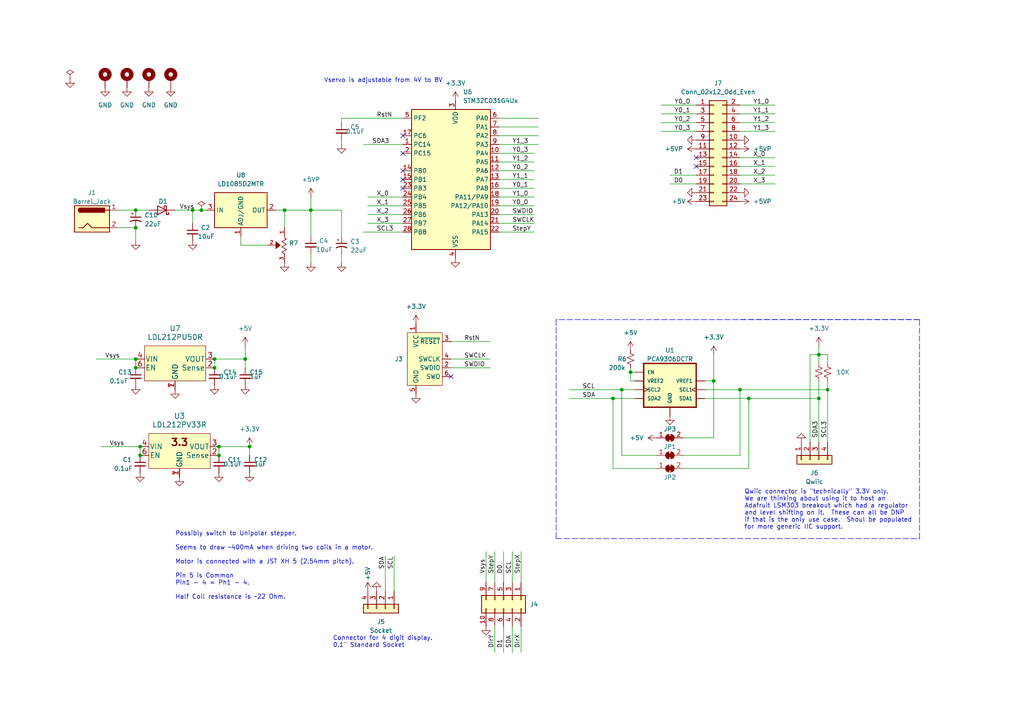
<source format=kicad_sch>
(kicad_sch (version 20230121) (generator eeschema)
  (paper "A4")
  (lib_symbols
    (symbol "Connector:Barrel_Jack" (pin_names (offset 1.016))
      (property "Reference" "J" (at 0 5.334 0))
      (property "Value" "Barrel_Jack" (at 0 -5.08 0))
      (symbol "Barrel_Jack_0_1"
        (rectangle (start -5.08 3.81) (end 5.08 -3.81) (stroke (width 0.254)) (fill (type background)))
        (arc (start -3.302 3.175) (mid -3.9343 2.54) (end -3.302 1.905) (stroke (width 0.254)))
        (arc (start -3.302 3.175) (mid -3.9343 2.54) (end -3.302 1.905) (stroke (width 0.254)) (fill (type outline)))
        (polyline (pts (xy 5.08 2.54) (xy 3.81 2.54)) (stroke (width 0.254)))
        (polyline (pts (xy -3.81 -2.54) (xy -2.54 -2.54) (xy -1.27 -1.27) (xy 0 -2.54) (xy 2.54 -2.54) (xy 5.08 -2.54)) (stroke (width 0.254)))
        (rectangle (start 3.683 3.175) (end -3.302 1.905) (stroke (width 0.254)) (fill (type outline)))
      )
      (symbol "Barrel_Jack_1_1"
        (pin passive line (at 7.62 2.54 180) (length 2.54) (name "~") (number "1"))
        (pin passive line (at 7.62 -2.54 180) (length 2.54) (name "~") (number "2"))
      )
    )
    (symbol "Connector:Conn_ARM_SWD_TagConnect_TC2030-NL" (in_bom no)
      (property "Reference" "J" (at 2.54 11.43 0))
      (property "Value" "Conn_ARM_SWD_TagConnect_TC2030-NL" (at 2.54 8.89 0))
      (symbol "Conn_ARM_SWD_TagConnect_TC2030-NL_0_0"
        (pin power_in line (at -2.54 10.16 270) (length 2.54) (name "VCC") (number "1"))
        (pin bidirectional line (at 7.62 -2.54 180) (length 2.54) (name "SWDIO") (number "2"))
        (pin open_collector line (at 7.62 5.08 180) (length 2.54) (name "~{RESET}") (number "3"))
        (pin output line (at 7.62 0 180) (length 2.54) (name "SWCLK") (number "4"))
        (pin power_in line (at -2.54 -10.16 90) (length 2.54) (name "GND") (number "5"))
        (pin input line (at 7.62 -5.08 180) (length 2.54) (name "SWO") (number "6"))
      )
      (symbol "Conn_ARM_SWD_TagConnect_TC2030-NL_0_1"
        (rectangle (start -5.08 7.62) (end 5.08 -7.62) (fill (type background)))
      )
    )
    (symbol "Connector_Generic:Conn_01x04" (pin_names (offset 1.016) hide)
      (property "Reference" "J" (at 0 5.08 0))
      (property "Value" "Conn_01x04" (at 0 -7.62 0))
      (symbol "Conn_01x04_1_1"
        (rectangle (start -1.27 -4.953) (end 0 -5.207) (stroke (width 0.1524)))
        (rectangle (start -1.27 -2.413) (end 0 -2.667) (stroke (width 0.1524)))
        (rectangle (start -1.27 0.127) (end 0 -0.127) (stroke (width 0.1524)))
        (rectangle (start -1.27 2.667) (end 0 2.413) (stroke (width 0.1524)))
        (rectangle (start -1.27 3.81) (end 1.27 -6.35) (stroke (width 0.254)) (fill (type background)))
        (pin passive line (at -5.08 2.54 0) (length 3.81) (name "Pin_1") (number "1"))
        (pin passive line (at -5.08 0 0) (length 3.81) (name "Pin_2") (number "2"))
        (pin passive line (at -5.08 -2.54 0) (length 3.81) (name "Pin_3") (number "3"))
        (pin passive line (at -5.08 -5.08 0) (length 3.81) (name "Pin_4") (number "4"))
      )
    )
    (symbol "Connector_Generic:Conn_02x05_Odd_Even" (pin_names (offset 1.016) hide)
      (property "Reference" "J" (at 1.27 7.62 0))
      (property "Value" "Conn_02x05_Odd_Even" (at 1.27 -7.62 0))
      (symbol "Conn_02x05_Odd_Even_1_1"
        (rectangle (start -1.27 -4.953) (end 0 -5.207) (stroke (width 0.1524)))
        (rectangle (start -1.27 -2.413) (end 0 -2.667) (stroke (width 0.1524)))
        (rectangle (start -1.27 0.127) (end 0 -0.127) (stroke (width 0.1524)))
        (rectangle (start -1.27 2.667) (end 0 2.413) (stroke (width 0.1524)))
        (rectangle (start -1.27 5.207) (end 0 4.953) (stroke (width 0.1524)))
        (rectangle (start -1.27 6.35) (end 3.81 -6.35) (stroke (width 0.254)) (fill (type background)))
        (rectangle (start 3.81 -4.953) (end 2.54 -5.207) (stroke (width 0.1524)))
        (rectangle (start 3.81 -2.413) (end 2.54 -2.667) (stroke (width 0.1524)))
        (rectangle (start 3.81 0.127) (end 2.54 -0.127) (stroke (width 0.1524)))
        (rectangle (start 3.81 2.667) (end 2.54 2.413) (stroke (width 0.1524)))
        (rectangle (start 3.81 5.207) (end 2.54 4.953) (stroke (width 0.1524)))
        (pin passive line (at -5.08 5.08 0) (length 3.81) (name "Pin_1") (number "1"))
        (pin passive line (at 7.62 -5.08 180) (length 3.81) (name "Pin_10") (number "10"))
        (pin passive line (at 7.62 5.08 180) (length 3.81) (name "Pin_2") (number "2"))
        (pin passive line (at -5.08 2.54 0) (length 3.81) (name "Pin_3") (number "3"))
        (pin passive line (at 7.62 2.54 180) (length 3.81) (name "Pin_4") (number "4"))
        (pin passive line (at -5.08 0 0) (length 3.81) (name "Pin_5") (number "5"))
        (pin passive line (at 7.62 0 180) (length 3.81) (name "Pin_6") (number "6"))
        (pin passive line (at -5.08 -2.54 0) (length 3.81) (name "Pin_7") (number "7"))
        (pin passive line (at 7.62 -2.54 180) (length 3.81) (name "Pin_8") (number "8"))
        (pin passive line (at -5.08 -5.08 0) (length 3.81) (name "Pin_9") (number "9"))
      )
    )
    (symbol "Connector_Generic:Conn_02x12_Odd_Even" (pin_names (offset 1.016) hide)
      (property "Reference" "J" (at 1.27 15.24 0))
      (property "Value" "Conn_02x12_Odd_Even" (at 1.27 -17.78 0))
      (symbol "Conn_02x12_Odd_Even_1_1"
        (rectangle (start -1.27 -15.113) (end 0 -15.367) (stroke (width 0.1524)))
        (rectangle (start -1.27 -12.573) (end 0 -12.827) (stroke (width 0.1524)))
        (rectangle (start -1.27 -10.033) (end 0 -10.287) (stroke (width 0.1524)))
        (rectangle (start -1.27 -7.493) (end 0 -7.747) (stroke (width 0.1524)))
        (rectangle (start -1.27 -4.953) (end 0 -5.207) (stroke (width 0.1524)))
        (rectangle (start -1.27 -2.413) (end 0 -2.667) (stroke (width 0.1524)))
        (rectangle (start -1.27 0.127) (end 0 -0.127) (stroke (width 0.1524)))
        (rectangle (start -1.27 2.667) (end 0 2.413) (stroke (width 0.1524)))
        (rectangle (start -1.27 5.207) (end 0 4.953) (stroke (width 0.1524)))
        (rectangle (start -1.27 7.747) (end 0 7.493) (stroke (width 0.1524)))
        (rectangle (start -1.27 10.287) (end 0 10.033) (stroke (width 0.1524)))
        (rectangle (start -1.27 12.827) (end 0 12.573) (stroke (width 0.1524)))
        (rectangle (start -1.27 13.97) (end 3.81 -16.51) (stroke (width 0.254)) (fill (type background)))
        (rectangle (start 3.81 -15.113) (end 2.54 -15.367) (stroke (width 0.1524)))
        (rectangle (start 3.81 -12.573) (end 2.54 -12.827) (stroke (width 0.1524)))
        (rectangle (start 3.81 -10.033) (end 2.54 -10.287) (stroke (width 0.1524)))
        (rectangle (start 3.81 -7.493) (end 2.54 -7.747) (stroke (width 0.1524)))
        (rectangle (start 3.81 -4.953) (end 2.54 -5.207) (stroke (width 0.1524)))
        (rectangle (start 3.81 -2.413) (end 2.54 -2.667) (stroke (width 0.1524)))
        (rectangle (start 3.81 0.127) (end 2.54 -0.127) (stroke (width 0.1524)))
        (rectangle (start 3.81 2.667) (end 2.54 2.413) (stroke (width 0.1524)))
        (rectangle (start 3.81 5.207) (end 2.54 4.953) (stroke (width 0.1524)))
        (rectangle (start 3.81 7.747) (end 2.54 7.493) (stroke (width 0.1524)))
        (rectangle (start 3.81 10.287) (end 2.54 10.033) (stroke (width 0.1524)))
        (rectangle (start 3.81 12.827) (end 2.54 12.573) (stroke (width 0.1524)))
        (pin passive line (at -5.08 12.7 0) (length 3.81) (name "Pin_1") (number "1"))
        (pin passive line (at 7.62 2.54 180) (length 3.81) (name "Pin_10") (number "10"))
        (pin passive line (at -5.08 0 0) (length 3.81) (name "Pin_11") (number "11"))
        (pin passive line (at 7.62 0 180) (length 3.81) (name "Pin_12") (number "12"))
        (pin passive line (at -5.08 -2.54 0) (length 3.81) (name "Pin_13") (number "13"))
        (pin passive line (at 7.62 -2.54 180) (length 3.81) (name "Pin_14") (number "14"))
        (pin passive line (at -5.08 -5.08 0) (length 3.81) (name "Pin_15") (number "15"))
        (pin passive line (at 7.62 -5.08 180) (length 3.81) (name "Pin_16") (number "16"))
        (pin passive line (at -5.08 -7.62 0) (length 3.81) (name "Pin_17") (number "17"))
        (pin passive line (at 7.62 -7.62 180) (length 3.81) (name "Pin_18") (number "18"))
        (pin passive line (at -5.08 -10.16 0) (length 3.81) (name "Pin_19") (number "19"))
        (pin passive line (at 7.62 12.7 180) (length 3.81) (name "Pin_2") (number "2"))
        (pin passive line (at 7.62 -10.16 180) (length 3.81) (name "Pin_20") (number "20"))
        (pin passive line (at -5.08 -12.7 0) (length 3.81) (name "Pin_21") (number "21"))
        (pin passive line (at 7.62 -12.7 180) (length 3.81) (name "Pin_22") (number "22"))
        (pin passive line (at -5.08 -15.24 0) (length 3.81) (name "Pin_23") (number "23"))
        (pin passive line (at 7.62 -15.24 180) (length 3.81) (name "Pin_24") (number "24"))
        (pin passive line (at -5.08 10.16 0) (length 3.81) (name "Pin_3") (number "3"))
        (pin passive line (at 7.62 10.16 180) (length 3.81) (name "Pin_4") (number "4"))
        (pin passive line (at -5.08 7.62 0) (length 3.81) (name "Pin_5") (number "5"))
        (pin passive line (at 7.62 7.62 180) (length 3.81) (name "Pin_6") (number "6"))
        (pin passive line (at -5.08 5.08 0) (length 3.81) (name "Pin_7") (number "7"))
        (pin passive line (at 7.62 5.08 180) (length 3.81) (name "Pin_8") (number "8"))
        (pin passive line (at -5.08 2.54 0) (length 3.81) (name "Pin_9") (number "9"))
      )
    )
    (symbol "Device:C_Polarized_Small_US" (pin_numbers hide) (pin_names (offset 0.254) hide)
      (property "Reference" "C" (at 0.254 1.778 0))
      (property "Value" "C_Polarized_Small_US" (at 0.254 -2.032 0))
      (symbol "C_Polarized_Small_US_0_1"
        (polyline (pts (xy -1.524 0.508) (xy 1.524 0.508)) (stroke (width 0.3048)))
        (polyline (pts (xy -1.27 1.524) (xy -0.762 1.524)))
        (polyline (pts (xy -1.016 1.27) (xy -1.016 1.778)))
        (arc (start 1.524 -0.762) (mid 0 -0.3734) (end -1.524 -0.762) (stroke (width 0.3048)))
      )
      (symbol "C_Polarized_Small_US_1_1"
        (pin passive line (at 0 2.54 270) (length 2.032) (name "~") (number "1"))
        (pin passive line (at 0 -2.54 90) (length 2.032) (name "~") (number "2"))
      )
    )
    (symbol "Device:C_Small" (pin_numbers hide) (pin_names (offset 0.254) hide)
      (property "Reference" "C" (at 0.254 1.778 0))
      (property "Value" "C_Small" (at 0.254 -2.032 0))
      (symbol "C_Small_0_1"
        (polyline (pts (xy -1.524 -0.508) (xy 1.524 -0.508)) (stroke (width 0.3302)))
        (polyline (pts (xy -1.524 0.508) (xy 1.524 0.508)) (stroke (width 0.3048)))
      )
      (symbol "C_Small_1_1"
        (pin passive line (at 0 2.54 270) (length 2.032) (name "~") (number "1"))
        (pin passive line (at 0 -2.54 90) (length 2.032) (name "~") (number "2"))
      )
    )
    (symbol "Device:D_Schottky" (pin_numbers hide) (pin_names (offset 1.016) hide)
      (property "Reference" "D" (at 0 2.54 0))
      (property "Value" "D_Schottky" (at 0 -2.54 0))
      (symbol "D_Schottky_0_1"
        (polyline (pts (xy 1.27 0) (xy -1.27 0)))
        (polyline (pts (xy 1.27 1.27) (xy 1.27 -1.27) (xy -1.27 0) (xy 1.27 1.27)) (stroke (width 0.254)))
        (polyline (pts (xy -1.905 0.635) (xy -1.905 1.27) (xy -1.27 1.27) (xy -1.27 -1.27) (xy -0.635 -1.27) (xy -0.635 -0.635)) (stroke (width 0.254)))
      )
      (symbol "D_Schottky_1_1"
        (pin passive line (at -3.81 0 0) (length 2.54) (name "K") (number "1"))
        (pin passive line (at 3.81 0 180) (length 2.54) (name "A") (number "2"))
      )
    )
    (symbol "Device:R_Small_US" (pin_numbers hide) (pin_names (offset 0.254) hide)
      (property "Reference" "R" (at 0.762 0.508 0))
      (property "Value" "R_Small_US" (at 0.762 -1.016 0))
      (symbol "R_Small_US_1_1"
        (polyline (pts (xy 0 0) (xy 1.016 -0.381) (xy 0 -0.762) (xy -1.016 -1.143) (xy 0 -1.524)))
        (polyline (pts (xy 0 1.524) (xy 1.016 1.143) (xy 0 0.762) (xy -1.016 0.381) (xy 0 0)))
        (pin passive line (at 0 2.54 270) (length 1.016) (name "~") (number "1"))
        (pin passive line (at 0 -2.54 90) (length 1.016) (name "~") (number "2"))
      )
    )
    (symbol "Jumper:SolderJumper_2_Bridged" (pin_names (offset 0) hide)
      (property "Reference" "JP" (at 0 2.032 0))
      (property "Value" "SolderJumper_2_Bridged" (at 0 -2.54 0))
      (symbol "SolderJumper_2_Bridged_0_1"
        (rectangle (start -0.508 0.508) (end 0.508 -0.508) (fill (type outline)))
        (arc (start -0.254 1.016) (mid -1.2656 0) (end -0.254 -1.016))
        (arc (start -0.254 1.016) (mid -1.2656 0) (end -0.254 -1.016) (fill (type outline)))
        (polyline (pts (xy -0.254 1.016) (xy -0.254 -1.016)))
        (polyline (pts (xy 0.254 1.016) (xy 0.254 -1.016)))
        (arc (start 0.254 -1.016) (mid 1.2656 0) (end 0.254 1.016))
        (arc (start 0.254 -1.016) (mid 1.2656 0) (end 0.254 1.016) (fill (type outline)))
      )
      (symbol "SolderJumper_2_Bridged_1_1"
        (pin passive line (at -3.81 0 0) (length 2.54) (name "A") (number "1"))
        (pin passive line (at 3.81 0 180) (length 2.54) (name "B") (number "2"))
      )
    )
    (symbol "MCU_ST_STM32C0:STM32C031G4Ux"
      (property "Reference" "U" (at -10.16 21.59 0))
      (property "Value" "STM32C031G4Ux" (at 5.08 21.59 0))
      (symbol "STM32C031G4Ux_0_1"
        (rectangle (start -10.16 -20.32) (end 12.7 20.32) (stroke (width 0.254)) (fill (type background)))
      )
      (symbol "STM32C031G4Ux_1_1"
        (pin bidirectional line (at -12.7 10.16 0) (length 2.54) (name "PC14") (number "1"))
        (pin bidirectional line (at 15.24 7.62 180) (length 2.54) (name "PA4") (number "10"))
        (pin bidirectional line (at 15.24 5.08 180) (length 2.54) (name "PA5") (number "11"))
        (pin bidirectional line (at 15.24 2.54 180) (length 2.54) (name "PA6") (number "12"))
        (pin bidirectional line (at 15.24 0 180) (length 2.54) (name "PA7") (number "13"))
        (pin bidirectional line (at -12.7 2.54 0) (length 2.54) (name "PB0") (number "14"))
        (pin bidirectional line (at -12.7 0 0) (length 2.54) (name "PB1") (number "15"))
        (pin bidirectional line (at 15.24 -2.54 180) (length 2.54) (name "PA8") (number "16"))
        (pin bidirectional line (at -12.7 12.7 0) (length 2.54) (name "PC6") (number "17"))
        (pin bidirectional line (at 15.24 -5.08 180) (length 2.54) (name "PA11/PA9") (number "18"))
        (pin bidirectional line (at 15.24 -7.62 180) (length 2.54) (name "PA12/PA10") (number "19"))
        (pin bidirectional line (at -12.7 7.62 0) (length 2.54) (name "PC15") (number "2"))
        (pin bidirectional line (at 15.24 -10.16 180) (length 2.54) (name "PA13") (number "20"))
        (pin bidirectional line (at 15.24 -12.7 180) (length 2.54) (name "PA14") (number "21"))
        (pin bidirectional line (at 15.24 -15.24 180) (length 2.54) (name "PA15") (number "22"))
        (pin bidirectional line (at -12.7 -2.54 0) (length 2.54) (name "PB3") (number "23"))
        (pin bidirectional line (at -12.7 -5.08 0) (length 2.54) (name "PB4") (number "24"))
        (pin bidirectional line (at -12.7 -7.62 0) (length 2.54) (name "PB5") (number "25"))
        (pin bidirectional line (at -12.7 -10.16 0) (length 2.54) (name "PB6") (number "26"))
        (pin bidirectional line (at -12.7 -12.7 0) (length 2.54) (name "PB7") (number "27"))
        (pin bidirectional line (at -12.7 -15.24 0) (length 2.54) (name "PB8") (number "28"))
        (pin power_in line (at 2.54 22.86 270) (length 2.54) (name "VDD") (number "3"))
        (pin power_in line (at 2.54 -22.86 90) (length 2.54) (name "VSS") (number "4"))
        (pin bidirectional line (at -12.7 17.78 0) (length 2.54) (name "PF2") (number "5"))
        (pin bidirectional line (at 15.24 17.78 180) (length 2.54) (name "PA0") (number "6"))
        (pin bidirectional line (at 15.24 15.24 180) (length 2.54) (name "PA1") (number "7"))
        (pin bidirectional line (at 15.24 12.7 180) (length 2.54) (name "PA2") (number "8"))
        (pin bidirectional line (at 15.24 10.16 180) (length 2.54) (name "PA3") (number "9"))
      )
    )
    (symbol "Mechanical:MountingHole_Pad" (pin_numbers hide) (pin_names (offset 1.016) hide)
      (property "Reference" "H" (at 0 6.35 0))
      (property "Value" "MountingHole_Pad" (at 0 4.445 0))
      (symbol "MountingHole_Pad_0_1"
        (circle (center 0 1.27) (radius 1.27) (stroke (width 1.27)))
      )
      (symbol "MountingHole_Pad_1_1"
        (pin input line (at 0 -2.54 90) (length 2.54) (name "1") (number "1"))
      )
    )
    (symbol "Regulator_Linear:LD1086D2MTR"
      (property "Reference" "U" (at 0 10.16 0))
      (property "Value" "LD1086D2MTR" (at 0 7.62 0))
      (symbol "LD1086D2MTR_1_1"
        (rectangle (start -7.62 -5.08) (end 7.62 5.08) (stroke (width 0.254)) (fill (type background)))
        (pin input line (at 0 -7.62 90) (length 2.54) (name "ADJ/GND") (number "1"))
        (pin power_out line (at 10.16 0 180) (length 2.54) (name "OUT") (number "2"))
        (pin power_in line (at -10.16 0 0) (length 2.54) (name "IN") (number "3"))
      )
    )
    (symbol "StockedComponents:LDL212PU50R" (pin_names (offset 0.254))
      (property "Reference" "U" (at 15.24 10.16 0))
      (property "Value" "LDL212PU50R" (at 15.24 7.62 0))
      (symbol "LDL212PU50R_1_1"
        (rectangle (start 7.62 5.08) (end 25.4 -5.08) (fill (type background)))
        (pin power_in line (at 16.51 -7.62 90) (length 2.54) (name "GND") (number "1"))
        (pin power_in line (at 27.94 -1.27 180) (length 2.54) (name "Sense") (number "2"))
        (pin power_out line (at 27.94 1.27 180) (length 2.54) (name "VOUT") (number "3"))
        (pin power_in line (at 5.08 1.27 0) (length 2.54) (name "VIN") (number "4"))
        (pin no_connect line (at 12.7 -7.62 90) (length 2.54) hide (name "NC") (number "5"))
        (pin input line (at 5.08 -1.27 0) (length 2.54) (name "EN") (number "6"))
        (pin power_in line (at 16.51 -7.62 90) (length 2.54) (name "GND") (number "7"))
      )
    )
    (symbol "StockedComponents:LDL212PV33R" (pin_names (offset 0.254))
      (property "Reference" "U" (at 15.24 10.16 0))
      (property "Value" "LDL212PV33R" (at 15.24 7.62 0))
      (symbol "LDL212PV33R_0_0"
        (text "3.3" (at 16.51 2.54 0) (effects (font (size 2.0066 2.0066) bold)))
      )
      (symbol "LDL212PV33R_1_1"
        (rectangle (start 7.62 5.08) (end 25.4 -5.08) (fill (type background)))
        (pin power_in line (at 16.51 -7.62 90) (length 2.54) (name "GND") (number "1"))
        (pin power_in line (at 27.94 -1.27 180) (length 2.54) (name "Sense") (number "2"))
        (pin power_out line (at 27.94 1.27 180) (length 2.54) (name "VOUT") (number "3"))
        (pin power_in line (at 5.08 1.27 0) (length 2.54) (name "VIN") (number "4"))
        (pin no_connect line (at 12.7 -7.62 90) (length 2.54) hide (name "NC") (number "5"))
        (pin input line (at 5.08 -1.27 0) (length 2.54) (name "EN") (number "6"))
        (pin power_in line (at 16.51 -7.62 90) (length 2.54) (name "GND") (number "7"))
      )
    )
    (symbol "StockedComponents:PCA9306DQER" (pin_numbers hide) (pin_names (offset 1.016))
      (property "Reference" "U" (at -12.7 16.24 0))
      (property "Value" "PCA9306DQER" (at -12.7 0 0))
      (symbol "PCA9306DQER_0_0"
        (rectangle (start -12.7 15.24) (end 2.54 2.54) (stroke (width 0.41)) (fill (type background)))
        (pin power_in line (at -5.08 0 90) (length 2.54) (name "GND") (number "1"))
        (pin input line (at -15.24 10.16 0) (length 2.54) (name "VREF1") (number "2"))
        (pin input clock (at -15.24 7.62 0) (length 2.54) (name "SCL1") (number "3"))
        (pin bidirectional line (at -15.24 5.08 0) (length 2.54) (name "SDA1") (number "4"))
        (pin bidirectional line (at 5.08 5.08 180) (length 2.54) (name "SDA2") (number "5"))
        (pin input clock (at 5.08 7.62 180) (length 2.54) (name "SCL2") (number "6"))
        (pin input line (at 5.08 10.16 180) (length 2.54) (name "VREF2") (number "7"))
        (pin input line (at 5.08 12.7 180) (length 2.54) (name "EN") (number "8"))
      )
    )
    (symbol "StockedComponents:TC33X-2-201E" (pin_names (offset 1.016))
      (property "Reference" "R" (at -1.27 2.794 0))
      (property "Value" "TC33X-2-201E" (at -9.652 -4.064 0))
      (symbol "TC33X-2-201E_0_0"
        (polyline (pts (xy -4.572 0) (xy -5.08 0)) (stroke (width 0.1524)))
      )
      (symbol "TC33X-2-201E_1_0"
        (polyline (pts (xy -4.318 -0.508) (xy -4.572 0)) (stroke (width 0.1778)))
        (polyline (pts (xy -3.556 0.762) (xy -4.318 -0.508)) (stroke (width 0.1778)))
        (polyline (pts (xy -2.794 -0.508) (xy -3.556 0.762)) (stroke (width 0.1778)))
        (polyline (pts (xy -2.032 0.762) (xy -2.794 -0.508)) (stroke (width 0.1778)))
        (polyline (pts (xy -1.27 -0.508) (xy -2.032 0.762)) (stroke (width 0.1778)))
        (polyline (pts (xy -0.508 0.762) (xy -1.27 -0.508)) (stroke (width 0.1778)))
        (polyline (pts (xy 0 0) (xy -0.508 0.762)) (stroke (width 0.1778)))
        (pin passive line (at -7.62 0 0) (length 2.54) (name "~") (number "1"))
        (pin passive line (at -2.54 5.08 270) (length 2.54) (name "~") (number "2"))
        (pin passive line (at 2.54 0 180) (length 2.54) (name "~") (number "3"))
      )
      (symbol "TC33X-2-201E_1_1"
        (polyline (pts (xy -1.524 2.54) (xy -3.556 2.54) (xy -2.54 1.27) (xy -1.524 2.54)) (fill (type outline)))
      )
    )
    (symbol "power:+3.3V" (power) (pin_names (offset 0))
      (property "Value" "+3.3V" (at 0 3.556 0))
      (symbol "+3.3V_0_1"
        (polyline (pts (xy -0.762 1.27) (xy 0 2.54)))
        (polyline (pts (xy 0 0) (xy 0 2.54)))
        (polyline (pts (xy 0 2.54) (xy 0.762 1.27)))
      )
      (symbol "+3.3V_1_1"
        (pin power_in line (at 0 0 90) (length 0) hide (name "+3.3V") (number "1"))
      )
    )
    (symbol "power:+5V" (power) (pin_names (offset 0))
      (property "Value" "+5V" (at 0 3.556 0))
      (symbol "+5V_0_1"
        (polyline (pts (xy -0.762 1.27) (xy 0 2.54)))
        (polyline (pts (xy 0 0) (xy 0 2.54)))
        (polyline (pts (xy 0 2.54) (xy 0.762 1.27)))
      )
      (symbol "+5V_1_1"
        (pin power_in line (at 0 0 90) (length 0) hide (name "+5V") (number "1"))
      )
    )
    (symbol "power:+5VP" (power) (pin_names (offset 0))
      (property "Value" "+5VP" (at 0 3.556 0))
      (symbol "+5VP_0_1"
        (polyline (pts (xy -0.762 1.27) (xy 0 2.54)))
        (polyline (pts (xy 0 0) (xy 0 2.54)))
        (polyline (pts (xy 0 2.54) (xy 0.762 1.27)))
      )
      (symbol "+5VP_1_1"
        (pin power_in line (at 0 0 90) (length 0) hide (name "+5VP") (number "1"))
      )
    )
    (symbol "power:GND" (power) (pin_names (offset 0))
      (property "Value" "GND" (at 0 -3.81 0))
      (symbol "GND_0_1"
        (polyline (pts (xy 0 0) (xy 0 -1.27) (xy 1.27 -1.27) (xy 0 -2.54) (xy -1.27 -1.27) (xy 0 -1.27)))
      )
      (symbol "GND_1_1"
        (pin power_in line (at 0 0 270) (length 0) hide (name "GND") (number "1"))
      )
    )
    (symbol "power:PWR_FLAG" (power) (pin_numbers hide) (pin_names (offset 0) hide)
      (property "Value" "PWR_FLAG" (at 0 3.81 0))
      (symbol "PWR_FLAG_0_0"
        (pin power_out line (at 0 0 90) (length 0) (name "pwr") (number "1"))
      )
      (symbol "PWR_FLAG_0_1"
        (polyline (pts (xy 0 0) (xy 0 1.27) (xy -1.016 1.905) (xy 0 2.54) (xy 1.016 1.905) (xy 0 1.27)))
      )
    )
  )
  (junction (at 63.5 132.08))
  (junction (at 39.37 104.14))
  (junction (at 237.49 102.87))
  (junction (at 40.64 132.08))
  (junction (at 207.01 110.49))
  (junction (at 214.63 113.03))
  (junction (at 90.17 60.96))
  (junction (at 39.37 66.04))
  (junction (at 177.8 115.57))
  (junction (at 217.17 115.57))
  (junction (at 58.42 60.96))
  (junction (at 55.88 60.96))
  (junction (at 72.39 129.54))
  (junction (at 63.5 129.54))
  (junction (at 39.37 60.96))
  (junction (at 62.23 104.14))
  (junction (at 71.12 104.14))
  (junction (at 62.23 106.68))
  (junction (at 180.34 113.03))
  (junction (at 182.88 107.95))
  (junction (at 39.37 106.68))
  (junction (at 237.49 115.57))
  (junction (at 82.55 60.96))
  (junction (at 240.03 113.03))
  (junction (at 40.64 129.54))
  (no_connect (at 201.93 45.72))
  (no_connect (at 116.84 52.07))
  (no_connect (at 116.84 49.53))
  (no_connect (at 116.84 39.37))
  (no_connect (at 130.81 109.22))
  (no_connect (at 201.93 48.26))
  (no_connect (at 116.84 44.45))
  (no_connect (at 116.84 54.61))
  (polyline (pts (xy 161.29 92.71) (xy 161.29 156.21)) (stroke (width 0) (type dash)))
  (polyline (pts (xy 161.29 156.21) (xy 266.7 156.21)) (stroke (width 0) (type dash)))
  (wire (pts (xy 144.78 57.15) (xy 154.94 57.15)))
  (wire (pts (xy 237.49 102.87) (xy 237.49 105.41)))
  (wire (pts (xy 184.15 113.03) (xy 180.34 113.03)))
  (polyline (pts (xy 266.7 92.71) (xy 214.63 92.71)) (stroke (width 0) (type dash)))
  (wire (pts (xy 191.77 33.02) (xy 201.93 33.02)))
  (wire (pts (xy 217.17 115.57) (xy 237.49 115.57)))
  (wire (pts (xy 55.88 60.96) (xy 58.42 60.96)))
  (wire (pts (xy 50.8 60.96) (xy 55.88 60.96)))
  (wire (pts (xy 143.51 160.02) (xy 143.51 168.91)))
  (wire (pts (xy 144.78 34.29) (xy 156.21 34.29)))
  (wire (pts (xy 144.78 64.77) (xy 154.94 64.77)))
  (wire (pts (xy 144.78 36.83) (xy 156.21 36.83)))
  (wire (pts (xy 148.59 160.02) (xy 148.59 168.91)))
  (wire (pts (xy 214.63 132.08) (xy 214.63 113.03)))
  (wire (pts (xy 204.47 110.49) (xy 207.01 110.49)))
  (wire (pts (xy 146.05 160.02) (xy 146.05 168.91)))
  (wire (pts (xy 130.81 104.14) (xy 142.24 104.14)))
  (wire (pts (xy 39.37 66.04) (xy 39.37 69.85)))
  (polyline (pts (xy 266.7 156.21) (xy 266.7 92.71)) (stroke (width 0) (type dash)))
  (wire (pts (xy 240.03 113.03) (xy 240.03 128.27)))
  (polyline (pts (xy 266.7 92.71) (xy 161.29 92.71)) (stroke (width 0) (type dash)))
  (wire (pts (xy 182.88 110.49) (xy 182.88 107.95)))
  (wire (pts (xy 144.78 62.23) (xy 154.94 62.23)))
  (wire (pts (xy 99.06 34.29) (xy 116.84 34.29)))
  (wire (pts (xy 144.78 41.91) (xy 156.21 41.91)))
  (wire (pts (xy 182.88 110.49) (xy 184.15 110.49)))
  (wire (pts (xy 214.63 45.72) (xy 224.79 45.72)))
  (wire (pts (xy 151.13 181.61) (xy 151.13 189.23)))
  (wire (pts (xy 144.78 49.53) (xy 154.94 49.53)))
  (wire (pts (xy 39.37 60.96) (xy 43.18 60.96)))
  (wire (pts (xy 240.03 110.49) (xy 240.03 113.03)))
  (wire (pts (xy 165.1 115.57) (xy 177.8 115.57)))
  (wire (pts (xy 198.12 132.08) (xy 214.63 132.08)))
  (wire (pts (xy 214.63 53.34) (xy 224.79 53.34)))
  (wire (pts (xy 34.29 60.96) (xy 39.37 60.96)))
  (wire (pts (xy 71.12 100.33) (xy 71.12 104.14)))
  (wire (pts (xy 198.12 127) (xy 207.01 127)))
  (wire (pts (xy 34.29 66.04) (xy 39.37 66.04)))
  (wire (pts (xy 214.63 113.03) (xy 240.03 113.03)))
  (wire (pts (xy 82.55 66.04) (xy 82.55 60.96)))
  (wire (pts (xy 55.88 60.96) (xy 55.88 64.77)))
  (wire (pts (xy 144.78 59.69) (xy 154.94 59.69)))
  (wire (pts (xy 182.88 106.68) (xy 182.88 107.95)))
  (wire (pts (xy 194.31 53.34) (xy 201.93 53.34)))
  (wire (pts (xy 180.34 132.08) (xy 190.5 132.08)))
  (wire (pts (xy 214.63 38.1) (xy 224.79 38.1)))
  (wire (pts (xy 234.95 102.87) (xy 234.95 128.27)))
  (wire (pts (xy 62.23 104.14) (xy 62.23 106.68)))
  (wire (pts (xy 214.63 50.8) (xy 224.79 50.8)))
  (wire (pts (xy 165.1 113.03) (xy 180.34 113.03)))
  (wire (pts (xy 71.12 104.14) (xy 71.12 106.68)))
  (wire (pts (xy 182.88 107.95) (xy 184.15 107.95)))
  (wire (pts (xy 140.97 160.02) (xy 140.97 168.91)))
  (wire (pts (xy 237.49 102.87) (xy 240.03 102.87)))
  (wire (pts (xy 106.68 57.15) (xy 116.84 57.15)))
  (wire (pts (xy 191.77 30.48) (xy 201.93 30.48)))
  (wire (pts (xy 90.17 73.66) (xy 90.17 76.2)))
  (wire (pts (xy 99.06 40.64) (xy 99.06 41.91)))
  (wire (pts (xy 237.49 100.33) (xy 237.49 102.87)))
  (wire (pts (xy 62.23 104.14) (xy 71.12 104.14)))
  (wire (pts (xy 90.17 57.15) (xy 90.17 60.96)))
  (wire (pts (xy 63.5 129.54) (xy 63.5 132.08)))
  (wire (pts (xy 204.47 113.03) (xy 214.63 113.03)))
  (wire (pts (xy 151.13 160.02) (xy 151.13 168.91)))
  (wire (pts (xy 69.85 68.58) (xy 69.85 71.12)))
  (wire (pts (xy 144.78 67.31) (xy 154.94 67.31)))
  (wire (pts (xy 144.78 44.45) (xy 154.94 44.45)))
  (wire (pts (xy 144.78 54.61) (xy 154.94 54.61)))
  (wire (pts (xy 99.06 34.29) (xy 99.06 35.56)))
  (wire (pts (xy 148.59 181.61) (xy 148.59 189.23)))
  (wire (pts (xy 90.17 60.96) (xy 90.17 68.58)))
  (wire (pts (xy 27.94 104.14) (xy 39.37 104.14)))
  (wire (pts (xy 106.68 64.77) (xy 116.84 64.77)))
  (wire (pts (xy 40.64 129.54) (xy 40.64 132.08)))
  (wire (pts (xy 114.3 161.29) (xy 114.3 171.45)))
  (wire (pts (xy 207.01 127) (xy 207.01 110.49)))
  (wire (pts (xy 237.49 110.49) (xy 237.49 115.57)))
  (wire (pts (xy 214.63 48.26) (xy 224.79 48.26)))
  (wire (pts (xy 69.85 71.12) (xy 77.47 71.12)))
  (wire (pts (xy 237.49 115.57) (xy 237.49 128.27)))
  (wire (pts (xy 240.03 102.87) (xy 240.03 105.41)))
  (wire (pts (xy 214.63 35.56) (xy 224.79 35.56)))
  (wire (pts (xy 144.78 46.99) (xy 154.94 46.99)))
  (wire (pts (xy 105.41 67.31) (xy 116.84 67.31)))
  (wire (pts (xy 144.78 39.37) (xy 156.21 39.37)))
  (wire (pts (xy 39.37 104.14) (xy 39.37 106.68)))
  (wire (pts (xy 180.34 113.03) (xy 180.34 132.08)))
  (wire (pts (xy 198.12 135.89) (xy 217.17 135.89)))
  (wire (pts (xy 29.21 129.54) (xy 40.64 129.54)))
  (wire (pts (xy 130.81 99.06) (xy 142.24 99.06)))
  (wire (pts (xy 58.42 60.96) (xy 59.69 60.96)))
  (wire (pts (xy 201.93 50.8) (xy 194.31 50.8)))
  (wire (pts (xy 144.78 52.07) (xy 154.94 52.07)))
  (wire (pts (xy 143.51 181.61) (xy 143.51 189.23)))
  (wire (pts (xy 99.06 68.58) (xy 99.06 60.96)))
  (wire (pts (xy 177.8 135.89) (xy 190.5 135.89)))
  (wire (pts (xy 214.63 30.48) (xy 224.79 30.48)))
  (wire (pts (xy 111.76 161.29) (xy 111.76 171.45)))
  (wire (pts (xy 207.01 102.87) (xy 207.01 110.49)))
  (wire (pts (xy 82.55 60.96) (xy 90.17 60.96)))
  (wire (pts (xy 106.68 59.69) (xy 116.84 59.69)))
  (wire (pts (xy 106.68 62.23) (xy 116.84 62.23)))
  (wire (pts (xy 99.06 60.96) (xy 90.17 60.96)))
  (wire (pts (xy 177.8 115.57) (xy 177.8 135.89)))
  (wire (pts (xy 99.06 73.66) (xy 99.06 76.2)))
  (wire (pts (xy 214.63 33.02) (xy 224.79 33.02)))
  (wire (pts (xy 63.5 129.54) (xy 72.39 129.54)))
  (wire (pts (xy 82.55 60.96) (xy 80.01 60.96)))
  (wire (pts (xy 204.47 115.57) (xy 217.17 115.57)))
  (wire (pts (xy 191.77 38.1) (xy 201.93 38.1)))
  (wire (pts (xy 217.17 135.89) (xy 217.17 115.57)))
  (wire (pts (xy 105.41 41.91) (xy 116.84 41.91)))
  (wire (pts (xy 72.39 129.54) (xy 72.39 132.08)))
  (wire (pts (xy 234.95 102.87) (xy 237.49 102.87)))
  (wire (pts (xy 130.81 106.68) (xy 142.24 106.68)))
  (wire (pts (xy 191.77 35.56) (xy 201.93 35.56)))
  (wire (pts (xy 146.05 181.61) (xy 146.05 189.23)))
  (wire (pts (xy 177.8 115.57) (xy 184.15 115.57)))
  (text "Connector for 4 digit display.\n0.1\" Standard Socket" (at 96.52 187.96 0) (effects (font (size 1.27 1.27)) (justify left bottom)))
  (text "Vservo is adjustable from 4V to 8V" (at 93.98 24.13 0) (effects (font (size 1.27 1.27)) (justify left bottom)))
  (text "Possibly switch to Unipolar stepper.\n\nSeems to draw ~400mA when driving two coils in a motor.\n\nMotor is connected with a JST XH 5 (2.54mm pitch).\n\nPin 5 is Common\nPin1 - 4 = Ph1 - 4.\n\nHalf Coil resistance is ~22 Ohm.\n" (at 50.8 173.99 0) (effects (font (size 1.27 1.27)) (justify left bottom)))
  (text "Qwiic connector is \"technically\" 3.3V only.  \nWe are thinking about using it to host an \nAdafruit LSM303 breakout which had a regulator\nand level shifting on it.  These can all be DNP\nif that is the only use case.  Shoul be populated\nfor more generic IIC support." (at 215.9 153.67 0) (effects (font (size 1.27 1.27)) (justify left bottom)))
  (label "Y1_0" (at 218.44 30.48 0))
  (label "RstN" (at 134.62 99.06 0))
  (label "SCL" (at 168.91 113.03 0))
  (label "X_1" (at 109.22 59.69 0))
  (label "Y1_2" (at 148.59 46.99 0))
  (label "X_3" (at 109.22 64.77 0))
  (label "DirY" (at 143.51 187.96 90))
  (label "Y1_2" (at 218.44 35.56 0))
  (label "RstN" (at 109.22 34.29 0))
  (label "Y0_3" (at 148.59 44.45 0))
  (label "SCL" (at 114.3 165.1 90))
  (label "Vsys" (at 31.75 129.54 0))
  (label "SDA" (at 148.59 187.96 90))
  (label "SWDIO" (at 134.62 106.68 0))
  (label "X_2" (at 109.22 62.23 0))
  (label "Y1_3" (at 218.44 38.1 0))
  (label "SDA" (at 111.76 165.1 90))
  (label "D0" (at 198.12 53.34 180))
  (label "Y0_2" (at 148.59 49.53 0))
  (label "Y0_0" (at 148.59 59.69 0))
  (label "D1" (at 146.05 187.96 90))
  (label "SWCLK" (at 134.62 104.14 0))
  (label "Y0_2" (at 195.58 35.56 0))
  (label "SWCLK" (at 148.59 64.77 0))
  (label "StepY" (at 143.51 166.37 90))
  (label "X_3" (at 218.44 53.34 0))
  (label "Y0_1" (at 195.58 33.02 0))
  (label "StepX" (at 151.13 166.37 90))
  (label "SWDIO" (at 148.59 62.23 0))
  (label "Y0_0" (at 195.58 30.48 0))
  (label "Vsys" (at 52.07 60.96 0))
  (label "X_1" (at 218.44 48.26 0))
  (label "SCL3" (at 109.22 67.31 0))
  (label "SCL" (at 148.59 166.37 90))
  (label "SDA3" (at 107.95 41.91 0))
  (label "X_0" (at 109.22 57.15 0))
  (label "SDA" (at 168.91 115.57 0))
  (label "Y0_1" (at 148.59 54.61 0))
  (label "Vsys" (at 140.97 166.37 90))
  (label "Y0_3" (at 195.58 38.1 0))
  (label "X_2" (at 218.44 50.8 0))
  (label "Vsys" (at 30.48 104.14 0))
  (label "StepY" (at 148.59 67.31 0))
  (label "Y1_1" (at 148.59 52.07 0))
  (label "SDA3" (at 237.49 127 90))
  (label "X_0" (at 218.44 45.72 0))
  (label "Y1_0" (at 148.59 57.15 0))
  (label "D1" (at 198.12 50.8 180))
  (label "SCL3" (at 240.03 127 90))
  (label "Y1_1" (at 218.44 33.02 0))
  (label "Y1_3" (at 148.59 41.91 0))
  (label "D0" (at 146.05 166.37 90))
  (label "DirX" (at 151.13 187.96 90))
  (symbol (lib_id "power:GND") (at 132.08 74.93 0) (unit 1)
    (property "Reference" "#PWR021" (effects hide))
    (property "Value" "GND" (effects hide))
  )
  (symbol (lib_id "MCU_ST_STM32C0:STM32C031G4Ux") (at 129.54 52.07 0) (unit 1)
    (property "Reference" "U6" (at 134.2741 26.67 0) (effects (justify left)))
    (property "Value" "STM32C031G4Ux" (at 134.2741 29.21 0) (effects (justify left)))
    (property "Footprint" "Package_DFN_QFN:QFN-28_4x4mm_P0.5mm" (effects hide))
    (property "Datasheet" "https://www.st.com/resource/en/datasheet/stm32c031g4.pdf" (effects hide))
    (property "Digikey" "497-STM32C031G4U6-ND" (effects hide))
    (property "Vendor" "497-STM32C031G4U6-ND" (effects hide))
  )
  (symbol (lib_id "power:GND") (at 201.93 55.88 270) (mirror x) (unit 1)
    (property "Reference" "#PWR015" (effects hide))
    (property "Value" "GND" (effects hide))
  )
  (symbol (lib_id "power:GND") (at 55.88 69.85 0) (unit 1)
    (property "Reference" "#PWR018" (effects hide))
    (property "Value" "GND" (effects hide))
  )
  (symbol (lib_id "power:GND") (at 194.31 120.65 0) (unit 1)
    (property "Reference" "#PWR011" (effects hide))
    (property "Value" "GND" (effects hide))
  )
  (symbol (lib_id "power:GND") (at 72.39 137.16 0) (unit 1)
    (property "Reference" "#PWR024" (effects hide))
    (property "Value" "GND" (effects hide))
  )
  (symbol (lib_id "Device:C_Small") (at 99.06 38.1 0) (unit 1)
    (property "Reference" "C5" (at 101.6 36.83 0) (effects (justify left)))
    (property "Value" "0.1uF" (at 100.33 38.1 0) (effects (justify left)))
    (property "Footprint" "Capacitor_SMD:C_0603_1608Metric" (effects hide))
    (property "Datasheet" "https://mm.digikey.com/Volume0/opasdata/d220001/medias/docus/1179/CL10A105KL8NNNC_Spec.pdf" (effects hide))
    (property "Digikey" "1276-1861-1-ND" (effects hide))
    (property "Vendor" "1276-1861-1-ND" (effects hide))
  )
  (symbol (lib_id "power:GND") (at 40.64 137.16 0) (unit 1)
    (property "Reference" "#PWR022" (effects hide))
    (property "Value" "GND" (effects hide))
  )
  (symbol (lib_id "power:GND") (at 20.32 22.86 0) (unit 1)
    (property "Reference" "#PWR02" (effects hide))
    (property "Value" "GND" (effects hide))
  )
  (symbol (lib_id "power:GND") (at 214.63 55.88 90) (mirror x) (unit 1)
    (property "Reference" "#PWR039" (effects hide))
    (property "Value" "GND" (effects hide))
  )
  (symbol (lib_id "power:GND") (at 201.93 40.64 270) (unit 1)
    (property "Reference" "#PWR037" (effects hide))
    (property "Value" "GND" (effects hide))
  )
  (symbol (lib_id "Device:D_Schottky") (at 46.99 60.96 180) (unit 1)
    (property "Reference" "D1" (at 47.3075 58.42 0))
    (property "Value" "D_Schottky" (effects hide))
    (property "Footprint" "Diode_SMD:D_SMA" (effects hide))
    (property "Datasheet" "https://www.mccsemi.com/pdf/Products/SK32A-L-SK310A-L(DO-214AC).pdf" (effects hide))
    (property "Digikey" "SK36A-LTPMSCT-ND" (effects hide))
    (property "Vendor" "SK36A-LTPMSCT-ND" (effects hide))
  )
  (symbol (lib_id "power:+5V") (at 106.68 171.45 0) (unit 1)
    (property "Reference" "#PWR031" (effects hide))
    (property "Value" "+5V" (at 106.68 166.37 90))
  )
  (symbol (lib_id "Mechanical:MountingHole_Pad") (at 36.83 22.86 0) (unit 1)
    (property "Reference" "H1" (effects hide))
    (property "Value" "MountingHole_Pad" (effects hide))
    (property "Footprint" "MountingHole:MountingHole_2.2mm_M2_Pad" (effects hide))
  )
  (symbol (lib_id "power:PWR_FLAG") (at 20.32 22.86 0) (unit 1)
    (property "Reference" "#FLG02" (effects hide))
    (property "Value" "PWR_FLAG" (effects hide))
  )
  (symbol (lib_id "power:+3.3V") (at 120.65 93.98 0) (unit 1)
    (property "Reference" "#PWR041" (effects hide))
    (property "Value" "+3.3V" (at 120.65 88.9 0))
  )
  (symbol (lib_id "power:GND") (at 232.41 128.27 180) (unit 1)
    (property "Reference" "#PWR07" (effects hide))
    (property "Value" "GND" (effects hide))
  )
  (symbol (lib_id "StockedComponents:PCA9306DQER") (at 189.23 120.65 0) (mirror y) (unit 1)
    (property "Reference" "U1" (at 194.31 101.6 0))
    (property "Value" "PCA9306DCTR" (at 194.31 104.14 0))
    (property "Footprint" "Package_SO:MSOP-8_3x3mm_P0.65mm" (effects hide))
    (property "Digikey" "296-18509-1-ND" (effects hide))
    (property "Vendor" "296-18509-1-ND" (effects hide))
  )
  (symbol (lib_id "power:GND") (at 214.63 40.64 90) (unit 1)
    (property "Reference" "#PWR038" (effects hide))
    (property "Value" "GND" (effects hide))
  )
  (symbol (lib_id "power:GND") (at 49.53 25.4 0) (unit 1)
    (property "Reference" "#PWR06" (effects hide))
    (property "Value" "GND" (at 49.53 30.48 0))
  )
  (symbol (lib_id "power:+3.3V") (at 72.39 129.54 0) (unit 1)
    (property "Reference" "#PWR01" (effects hide))
    (property "Value" "+3.3V" (at 72.39 124.46 0))
  )
  (symbol (lib_id "power:PWR_FLAG") (at 58.42 60.96 0) (unit 1)
    (property "Reference" "#FLG01" (effects hide))
    (property "Value" "PWR_FLAG" (effects hide))
  )
  (symbol (lib_id "power:+5VP") (at 201.93 43.18 90) (unit 1)
    (property "Reference" "#PWR034" (effects hide))
    (property "Value" "+5VP" (at 198.12 43.18 90) (effects (justify left)))
  )
  (symbol (lib_id "Device:C_Polarized_Small_US") (at 39.37 63.5 0) (unit 1)
    (property "Reference" "C10" (at 41.91 62.4332 0) (effects (justify left)))
    (property "Value" "22uF" (at 41.91 64.9732 0) (effects (justify left)))
    (property "Footprint" "Capacitor_THT:CP_Radial_D6.3mm_P2.50mm" (effects hide))
    (property "Vendor" "P16405CT-ND" (effects hide))
    (property "Digikey" "P16405CT-ND" (effects hide))
  )
  (symbol (lib_id "power:GND") (at 39.37 69.85 0) (unit 1)
    (property "Reference" "#PWR017" (effects hide))
    (property "Value" "GND" (effects hide))
  )
  (symbol (lib_id "StockedComponents:TC33X-2-201E") (at 82.55 73.66 90) (mirror x) (unit 1)
    (property "Reference" "R7" (at 83.82 70.5104 90) (effects (justify right)))
    (property "Value" "TC33X-2-102E" (effects hide))
    (property "Footprint" "Passives:TRIM_TC33X-2-201E" (effects hide))
    (property "MF" "Bourns" (effects hide))
    (property "DESCRIPTION" "Res Trimmer 1K Ohm 25% 1/10W 1_Elec_/1_Mech_Turn _3 X 3.8mm_ Foot Print SMD Embossed T/R" (effects hide))
    (property "PACKAGE" "Bourns" (effects hide))
    (property "PRICE" "None" (effects hide))
    (property "MP" "TC33X-2-104E" (effects hide))
    (property "Digikey" "TC33X-102ECT-ND" (effects hide))
    (property "Vendor" "TC33X-102ECT-ND" (effects hide))
  )
  (symbol (lib_id "power:+3.3V") (at 132.08 29.21 0) (unit 1)
    (property "Reference" "#PWR08" (effects hide))
    (property "Value" "+3.3V" (at 132.08 24.13 0))
  )
  (symbol (lib_id "power:GND") (at 99.06 76.2 0) (unit 1)
    (property "Reference" "#PWR019" (effects hide))
    (property "Value" "GND" (effects hide))
  )
  (symbol (lib_id "power:GND") (at 52.07 138.43 0) (unit 1)
    (property "Reference" "#PWR020" (effects hide))
    (property "Value" "GND" (effects hide))
  )
  (symbol (lib_id "power:+5V") (at 71.12 100.33 0) (unit 1)
    (property "Reference" "#PWR029" (effects hide))
    (property "Value" "+5V" (at 71.12 95.25 0))
  )
  (symbol (lib_id "Device:R_Small_US") (at 182.88 104.14 0) (unit 1)
    (property "Reference" "R6" (at 179.07 104.14 0) (effects (justify left)))
    (property "Value" "200k" (at 176.53 106.68 0) (effects (justify left)))
    (property "Footprint" "Resistor_SMD:R_0603_1608Metric" (effects hide))
    (property "Digikey" "RMCF0603FT200KCT-ND" (effects hide))
    (property "Vendor" "RMCF0603FT200KCT-ND" (effects hide))
  )
  (symbol (lib_id "power:GND") (at 99.06 41.91 0) (unit 1)
    (property "Reference" "#PWR043" (effects hide))
    (property "Value" "GND" (effects hide))
  )
  (symbol (lib_id "power:GND") (at 30.48 25.4 0) (unit 1)
    (property "Reference" "#PWR03" (effects hide))
    (property "Value" "GND" (at 30.48 30.48 0))
  )
  (symbol (lib_id "power:+5VP") (at 214.63 43.18 270) (unit 1)
    (property "Reference" "#PWR036" (effects hide))
    (property "Value" "+5VP" (at 218.44 43.18 90) (effects (justify left)))
  )
  (symbol (lib_id "Jumper:SolderJumper_2_Bridged") (at 194.31 127 0) (unit 1)
    (property "Reference" "JP3" (at 194.31 124.46 0))
    (property "Value" "SolderJumper_2_Bridged" (effects hide))
    (property "Footprint" "Jumper:SolderJumper-2_P1.3mm_Bridged_RoundedPad1.0x1.5mm" (effects hide))
  )
  (symbol (lib_id "Device:C_Small") (at 55.88 67.31 0) (mirror y) (unit 1)
    (property "Reference" "C2" (at 60.96 66.04 0) (effects (justify left)))
    (property "Value" "10uF" (at 62.23 68.58 0) (effects (justify left)))
    (property "Footprint" "Capacitor_SMD:C_0805_2012Metric" (effects hide))
    (property "Digikey" "490-10500-1-ND" (effects hide))
    (property "Vendor" "490-10500-1-ND" (effects hide))
  )
  (symbol (lib_id "power:+5VP") (at 90.17 57.15 0) (unit 1)
    (property "Reference" "#PWR033" (effects hide))
    (property "Value" "+5VP" (at 90.17 52.07 0))
  )
  (symbol (lib_id "Device:C_Polarized_Small_US") (at 99.06 71.12 0) (unit 1)
    (property "Reference" "C3" (at 101.6 70.0532 0) (effects (justify left)))
    (property "Value" "22uF" (at 101.6 72.5932 0) (effects (justify left)))
    (property "Footprint" "Capacitor_THT:CP_Radial_D6.3mm_P2.50mm" (effects hide))
    (property "Vendor" "P16405CT-ND" (effects hide))
    (property "Digikey" "P16405CT-ND" (effects hide))
  )
  (symbol (lib_id "Connector_Generic:Conn_01x04") (at 234.95 133.35 90) (mirror x) (unit 1)
    (property "Reference" "J6" (at 236.22 137.16 90))
    (property "Value" "Qwiic" (at 236.22 139.7 90))
    (property "Footprint" "Connector_JST:JST_SH_SM04B-SRSS-TB_1x04-1MP_P1.00mm_Horizontal" (effects hide))
    (property "Datasheet" "https://www.jst-mfg.com/product/pdf/eng/eSH.pdf" (effects hide))
    (property "Digikey" "SM04B-SRSS-TB" (effects hide))
    (property "Vendor" "SM04B-SRSS-TB" (effects hide))
  )
  (symbol (lib_id "power:+5VP") (at 214.63 58.42 270) (mirror x) (unit 1)
    (property "Reference" "#PWR040" (effects hide))
    (property "Value" "+5VP" (at 218.44 58.42 90) (effects (justify left)))
  )
  (symbol (lib_id "Connector_Generic:Conn_01x04") (at 111.76 176.53 270) (unit 1)
    (property "Reference" "J5" (at 110.49 180.34 90))
    (property "Value" "Socket" (at 110.49 182.88 90))
    (property "Footprint" "Connector_PinSocket_2.54mm:PinSocket_1x04_P2.54mm_Vertical" (effects hide))
    (property "Datasheet" "https://mm.digikey.com/Volume0/opasdata/d220001/medias/docus/937/Female_Headers.100_DS.pdf" (effects hide))
    (property "Digikey" "S7037-ND" (effects hide))
    (property "Vendor" "S7037-ND" (effects hide))
  )
  (symbol (lib_id "Device:R_Small_US") (at 240.03 107.95 0) (unit 1)
    (property "Reference" "R1" (effects hide))
    (property "Value" "10K" (at 242.57 107.95 0) (effects (justify left)))
    (property "Footprint" "Resistor_SMD:R_0603_1608Metric" (effects hide))
    (property "Datasheet" "https://www.seielect.com/catalog/sei-rmcf_rmcp.pdf" (effects hide))
    (property "Digikey" "RMCF0603FT10K0DKR-ND" (effects hide))
    (property "Vendor" "RMCF0603FT10K0DKR-ND" (effects hide))
  )
  (symbol (lib_id "Mechanical:MountingHole_Pad") (at 30.48 22.86 0) (unit 1)
    (property "Reference" "H5" (effects hide))
    (property "Value" "MountingHole_Pad" (effects hide))
    (property "Footprint" "MountingHole:MountingHole_2.2mm_M2_Pad" (effects hide))
  )
  (symbol (lib_id "power:GND") (at 63.5 137.16 0) (unit 1)
    (property "Reference" "#PWR023" (effects hide))
    (property "Value" "GND" (effects hide))
  )
  (symbol (lib_id "Jumper:SolderJumper_2_Bridged") (at 194.31 135.89 0) (unit 1)
    (property "Reference" "JP2" (at 194.31 138.43 0))
    (property "Value" "SolderJumper_2_Bridged" (effects hide))
    (property "Footprint" "Jumper:SolderJumper-2_P1.3mm_Bridged_RoundedPad1.0x1.5mm" (effects hide))
  )
  (symbol (lib_id "Device:C_Small") (at 71.12 109.22 0) (unit 1)
    (property "Reference" "C15" (at 72.39 107.95 0) (effects (justify left)))
    (property "Value" "1uF" (at 72.39 109.22 0) (effects (justify left)))
    (property "Footprint" "Capacitor_SMD:C_0603_1608Metric" (effects hide))
    (property "Datasheet" "https://mm.digikey.com/Volume0/opasdata/d220001/medias/docus/1179/CL10A105KL8NNNC_Spec.pdf" (effects hide))
    (property "Digikey" "1276-1861-1-ND" (effects hide))
    (property "Vendor" "1276-1861-1-ND" (effects hide))
  )
  (symbol (lib_id "power:+3.3V") (at 207.01 102.87 0) (unit 1)
    (property "Reference" "#PWR09" (effects hide))
    (property "Value" "+3.3V" (at 207.01 97.79 0))
  )
  (symbol (lib_id "Device:R_Small_US") (at 237.49 107.95 0) (unit 1)
    (property "Reference" "R2" (effects hide))
    (property "Value" "10K" (effects hide))
    (property "Footprint" "Resistor_SMD:R_0603_1608Metric" (effects hide))
    (property "Datasheet" "https://www.seielect.com/catalog/sei-rmcf_rmcp.pdf" (effects hide))
    (property "Digikey" "RMCF0603FT10K0DKR-ND" (effects hide))
    (property "Vendor" "RMCF0603FT10K0DKR-ND" (effects hide))
  )
  (symbol (lib_id "Connector_Generic:Conn_02x12_Odd_Even") (at 207.01 43.18 0) (unit 1)
    (property "Reference" "J7" (at 208.28 24.13 0))
    (property "Value" "Conn_02x12_Odd_Even" (at 208.28 26.67 0))
    (property "Footprint" "Connector_PinHeader_2.54mm:PinHeader_2x12_P2.54mm_Horizontal" (effects hide))
    (property "Digikey" "2057-PH2RA-24-UA-ND" (effects hide))
    (property "Vendor" "2057-PH2RA-24-UA-ND" (effects hide))
  )
  (symbol (lib_id "Device:C_Small") (at 63.5 134.62 0) (unit 1)
    (property "Reference" "C11" (at 66.04 133.35 0) (effects (justify left)))
    (property "Value" "0.1uF" (at 64.77 134.62 0) (effects (justify left)))
    (property "Footprint" "Capacitor_SMD:C_0603_1608Metric" (effects hide))
    (property "Datasheet" "https://mm.digikey.com/Volume0/opasdata/d220001/medias/docus/1179/CL10A105KL8NNNC_Spec.pdf" (effects hide))
    (property "Digikey" "1276-1861-1-ND" (effects hide))
    (property "Vendor" "1276-1861-1-ND" (effects hide))
  )
  (symbol (lib_id "power:GND") (at 90.17 76.2 0) (unit 1)
    (property "Reference" "#PWR016" (effects hide))
    (property "Value" "GND" (effects hide))
  )
  (symbol (lib_id "power:GND") (at 50.8 113.03 0) (unit 1)
    (property "Reference" "#PWR026" (effects hide))
    (property "Value" "GND" (effects hide))
  )
  (symbol (lib_id "power:+3.3V") (at 237.49 100.33 0) (unit 1)
    (property "Reference" "#PWR010" (effects hide))
    (property "Value" "+3.3V" (at 237.49 95.25 0))
  )
  (symbol (lib_id "power:+5V") (at 190.5 127 90) (unit 1)
    (property "Reference" "#PWR035" (effects hide))
    (property "Value" "+5V" (at 186.69 127 90) (effects (justify left)))
  )
  (symbol (lib_id "power:GND") (at 62.23 111.76 0) (unit 1)
    (property "Reference" "#PWR027" (effects hide))
    (property "Value" "GND" (effects hide))
  )
  (symbol (lib_id "power:GND") (at 36.83 25.4 0) (unit 1)
    (property "Reference" "#PWR04" (effects hide))
    (property "Value" "GND" (at 36.83 30.48 0))
  )
  (symbol (lib_id "Connector:Conn_ARM_SWD_TagConnect_TC2030-NL") (at 123.19 104.14 0) (unit 1) (in_bom no)
    (property "Reference" "J3" (at 116.84 104.14 0) (effects (justify right)))
    (property "Value" "Conn_ARM_SWD_TagConnect_TC2030-NL" (effects hide))
    (property "Footprint" "Connector:Tag-Connect_TC2030-IDC-NL_2x03_P1.27mm_Vertical" (effects hide))
    (property "Datasheet" "https://www.tag-connect.com/wp-content/uploads/bsk-pdf-manager/TC2030-CTX_1.pdf" (effects hide))
  )
  (symbol (lib_id "StockedComponents:LDL212PU50R") (at 34.29 105.41 0) (unit 1)
    (property "Reference" "U7" (at 50.8 95.25 0) (effects (font (size 1.524 1.524))))
    (property "Value" "LDL212PU50R" (at 50.8 97.79 0) (effects (font (size 1.524 1.524))))
    (property "Footprint" "STMicro:LDL212_3x3mm_Pitch0.95mm" (effects hide))
    (property "Digikey" "497-16897-1-ND" (effects hide))
    (property "Vendor" "497-16897-1-ND" (effects hide))
  )
  (symbol (lib_id "Mechanical:MountingHole_Pad") (at 43.18 22.86 0) (unit 1)
    (property "Reference" "H2" (effects hide))
    (property "Value" "MountingHole_Pad" (effects hide))
    (property "Footprint" "MountingHole:MountingHole_2.2mm_M2_Pad" (effects hide))
  )
  (symbol (lib_id "power:GND") (at 120.65 114.3 0) (unit 1)
    (property "Reference" "#PWR042" (effects hide))
    (property "Value" "GND" (effects hide))
  )
  (symbol (lib_id "Mechanical:MountingHole_Pad") (at 49.53 22.86 0) (unit 1)
    (property "Reference" "H3" (effects hide))
    (property "Value" "MountingHole_Pad" (effects hide))
    (property "Footprint" "MountingHole:MountingHole_2.2mm_M2_Pad" (effects hide))
  )
  (symbol (lib_id "power:GND") (at 71.12 111.76 0) (unit 1)
    (property "Reference" "#PWR028" (effects hide))
    (property "Value" "GND" (effects hide))
  )
  (symbol (lib_id "power:+5V") (at 182.88 101.6 0) (unit 1)
    (property "Reference" "#PWR030" (effects hide))
    (property "Value" "+5V" (at 182.88 96.52 0))
  )
  (symbol (lib_id "power:GND") (at 39.37 111.76 0) (unit 1)
    (property "Reference" "#PWR025" (effects hide))
    (property "Value" "GND" (effects hide))
  )
  (symbol (lib_id "Device:C_Small") (at 90.17 71.12 0) (mirror y) (unit 1)
    (property "Reference" "C4" (at 95.25 69.85 0) (effects (justify left)))
    (property "Value" "10uF" (at 96.52 72.39 0) (effects (justify left)))
    (property "Footprint" "Capacitor_SMD:C_0805_2012Metric" (effects hide))
    (property "Digikey" "490-10500-1-ND" (effects hide))
    (property "Vendor" "490-10500-1-ND" (effects hide))
  )
  (symbol (lib_id "Device:C_Small") (at 62.23 109.22 0) (unit 1)
    (property "Reference" "C14" (at 64.77 107.95 0) (effects (justify left)))
    (property "Value" "0.1uF" (at 63.5 109.22 0) (effects (justify left)))
    (property "Footprint" "Capacitor_SMD:C_0603_1608Metric" (effects hide))
    (property "Datasheet" "https://mm.digikey.com/Volume0/opasdata/d220001/medias/docus/1179/CL10A105KL8NNNC_Spec.pdf" (effects hide))
    (property "Digikey" "1276-1861-1-ND" (effects hide))
    (property "Vendor" "1276-1861-1-ND" (effects hide))
  )
  (symbol (lib_id "power:GND") (at 43.18 25.4 0) (unit 1)
    (property "Reference" "#PWR05" (effects hide))
    (property "Value" "GND" (at 43.18 30.48 0))
  )
  (symbol (lib_id "StockedComponents:LDL212PV33R") (at 35.56 130.81 0) (unit 1)
    (property "Reference" "U3" (at 52.07 120.65 0) (effects (font (size 1.524 1.524))))
    (property "Value" "LDL212PV33R" (at 52.07 123.19 0) (effects (font (size 1.524 1.524))))
    (property "Footprint" "STMicro:LDL212_2x2mm_Pitch0.5mm" (effects hide))
    (property "Digikey" "497-16898-1-ND" (effects hide))
    (property "Vendor" "497-16898-1-ND" (effects hide))
  )
  (symbol (lib_id "power:GND") (at 109.22 171.45 180) (unit 1)
    (property "Reference" "#PWR014" (effects hide))
    (property "Value" "GND" (effects hide))
  )
  (symbol (lib_id "Device:C_Small") (at 39.37 109.22 0) (unit 1)
    (property "Reference" "C13" (at 34.29 107.95 0) (effects (justify left)))
    (property "Value" "0.1uF" (at 31.75 110.49 0) (effects (justify left)))
    (property "Footprint" "Capacitor_SMD:C_0603_1608Metric" (effects hide))
    (property "Datasheet" "https://mm.digikey.com/Volume0/opasdata/d220001/medias/docus/1179/CL10A105KL8NNNC_Spec.pdf" (effects hide))
    (property "Digikey" "1276-1861-1-ND" (effects hide))
    (property "Vendor" "1276-1861-1-ND" (effects hide))
  )
  (symbol (lib_id "Jumper:SolderJumper_2_Bridged") (at 194.31 132.08 0) (unit 1)
    (property "Reference" "JP1" (at 194.31 129.54 0))
    (property "Value" "SolderJumper_2_Bridged" (effects hide))
    (property "Footprint" "Jumper:SolderJumper-2_P1.3mm_Bridged_RoundedPad1.0x1.5mm" (effects hide))
  )
  (symbol (lib_id "power:GND") (at 82.55 76.2 0) (unit 1)
    (property "Reference" "#PWR012" (effects hide))
    (property "Value" "GND" (effects hide))
  )
  (symbol (lib_id "Device:C_Small") (at 72.39 134.62 0) (unit 1)
    (property "Reference" "C12" (at 73.66 133.35 0) (effects (justify left)))
    (property "Value" "1uF" (at 73.66 134.62 0) (effects (justify left)))
    (property "Footprint" "Capacitor_SMD:C_0603_1608Metric" (effects hide))
    (property "Datasheet" "https://mm.digikey.com/Volume0/opasdata/d220001/medias/docus/1179/CL10A105KL8NNNC_Spec.pdf" (effects hide))
    (property "Digikey" "1276-1861-1-ND" (effects hide))
    (property "Vendor" "1276-1861-1-ND" (effects hide))
  )
  (symbol (lib_id "Connector:Barrel_Jack") (at 26.67 63.5 0) (unit 1)
    (property "Reference" "J1" (at 26.67 55.88 0))
    (property "Value" "Barrel_Jack" (at 26.67 58.42 0))
    (property "Footprint" "Connector_BarrelJack:BarrelJack_Horizontal" (effects hide))
    (property "Datasheet" "https://www.cuidevices.com/product/resource/pj-002a.pdf" (effects hide))
    (property "Digikey" "CP-002A-ND" (effects hide))
    (property "Vendor" "CP-002A-ND" (effects hide))
  )
  (symbol (lib_id "Connector_Generic:Conn_02x05_Odd_Even") (at 146.05 173.99 270) (unit 1)
    (property "Reference" "J4" (at 153.67 175.26 90) (effects (justify left)))
    (property "Value" "Conn_02x05_Odd_Even" (effects hide))
    (property "Footprint" "Connector_PinHeader_2.54mm:PinHeader_2x05_P2.54mm_Vertical" (effects hide))
    (property "Datasheet" "https://www.we-online.com/catalog/datasheet/61201021621.pdf" (effects hide))
    (property "Digikey" "732-2094-ND" (effects hide))
    (property "Vendor" "732-2094-ND" (effects hide))
  )
  (symbol (lib_id "power:GND") (at 140.97 181.61 0) (unit 1)
    (property "Reference" "#PWR013" (effects hide))
    (property "Value" "GND" (effects hide))
  )
  (symbol (lib_id "Regulator_Linear:LD1086D2MTR") (at 69.85 60.96 0) (unit 1)
    (property "Reference" "U8" (at 69.85 50.8 0))
    (property "Value" "LD1085D2MTR" (at 69.85 53.34 0))
    (property "Footprint" "Package_TO_SOT_SMD:TO-263-3_TabPin2" (effects hide))
    (property "Datasheet" "https://www.st.com/resource/en/datasheet/ld1085.pdf" (effects hide))
    (property "Digikey" "497-3419-1-ND" (effects hide))
    (property "Vendor" "497-3419-1-ND" (effects hide))
  )
  (symbol (lib_id "power:+5V") (at 201.93 58.42 90) (mirror x) (unit 1)
    (property "Reference" "#PWR032" (effects hide))
    (property "Value" "+5V" (at 196.85 58.42 90))
  )
  (symbol (lib_id "Device:C_Small") (at 40.64 134.62 0) (unit 1)
    (property "Reference" "C1" (at 35.56 133.35 0) (effects (justify left)))
    (property "Value" "0.1uF" (at 33.02 135.89 0) (effects (justify left)))
    (property "Footprint" "Capacitor_SMD:C_0603_1608Metric" (effects hide))
    (property "Datasheet" "https://mm.digikey.com/Volume0/opasdata/d220001/medias/docus/1179/CL10A105KL8NNNC_Spec.pdf" (effects hide))
    (property "Digikey" "1276-1861-1-ND" (effects hide))
    (property "Vendor" "1276-1861-1-ND" (effects hide))
  )
)
</source>
